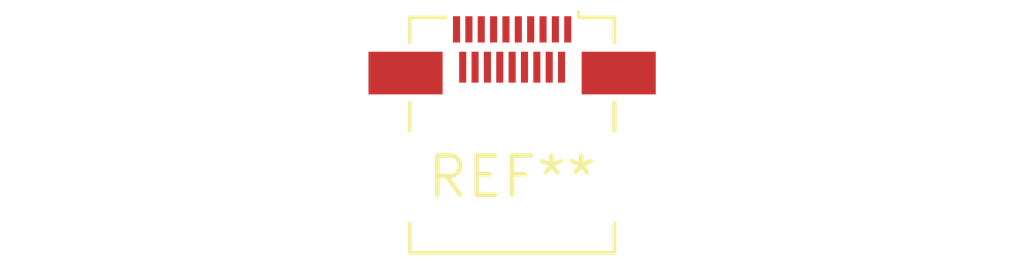
<source format=kicad_pcb>
(kicad_pcb (version 20240108) (generator pcbnew)
  (layers (0 "F.Cu" signal) (31 "B.Cu" signal) (34 "B.Paste" user) (35 "F.Paste" user) (36 "B.SilkS" user "B.Silkscreen") (37 "F.SilkS" user "F.Silkscreen") (38 "B.Mask" user) (39 "F.Mask" user) (44 "Edge.Cuts" user))
  (net 0 "")
  (footprint "HDMI_Micro-D_Molex_46765-2x0x" (layer "F.Cu") (at 0 0)
    (property "Reference" "REF**")
    (property "Value" "HDMI_Micro-D_Molex_46765-2x0x")
    (fp_line (start -3.31 -5.16) (end -2.15 -5.16) (layer "F.SilkS") (stroke (width 0.12)))
    (fp_line (start -3.31 -4.35) (end -3.31 -5.16) (layer "F.SilkS") (stroke (width 0.12)))
    (fp_line (start -3.31 -1.5) (end -3.31 -2.4) (layer "F.SilkS") (stroke (width 0.12)))
    (fp_line (start -3.31 2.46) (end -3.31 1.5) (layer "F.SilkS") (stroke (width 0.12)))
    (fp_line (start -3.31 2.46) (end 3.31 2.46) (layer "F.SilkS") (stroke (width 0.12)))
    (fp_line (start 2.15 -5.16) (end 2.15 -5.36) (layer "F.SilkS") (stroke (width 0.12)))
    (fp_line (start 2.15 -5.16) (end 3.31 -5.16) (layer "F.SilkS") (stroke (width 0.12)))
    (fp_line (start 3.31 -5.16) (end 3.31 -4.35) (layer "F.SilkS") (stroke (width 0.12)))
    (fp_line (start 3.31 -2.4) (end 3.31 -1.5) (layer "F.SilkS") (stroke (width 0.15)))
    (fp_line (start 3.31 1.5) (end 3.31 2.46) (layer "F.SilkS") (stroke (width 0.12)))
    (pad "1" smd rect (at 1.8 -4.775) (size 0.23 0.85) (layers "F.Cu" "F.Paste" "F.Mask"))
    (pad "2" smd rect (at 1.6 -3.55) (size 0.23 1) (layers "F.Cu" "F.Paste" "F.Mask"))
    (pad "3" smd rect (at 1.4 -4.775) (size 0.23 0.85) (layers "F.Cu" "F.Paste" "F.Mask"))
    (pad "4" smd rect (at 1.2 -3.55) (size 0.23 1) (layers "F.Cu" "F.Paste" "F.Mask"))
    (pad "5" smd rect (at 1 -4.775) (size 0.23 0.85) (layers "F.Cu" "F.Paste" "F.Mask"))
    (pad "6" smd rect (at 0.8 -3.55) (size 0.23 1) (layers "F.Cu" "F.Paste" "F.Mask"))
    (pad "7" smd rect (at 0.6 -4.775) (size 0.23 0.85) (layers "F.Cu" "F.Paste" "F.Mask"))
    (pad "8" smd rect (at 0.4 -3.55) (size 0.23 1) (layers "F.Cu" "F.Paste" "F.Mask"))
    (pad "9" smd rect (at 0.2 -4.775) (size 0.23 0.85) (layers "F.Cu" "F.Paste" "F.Mask"))
    (pad "10" smd rect (at 0 -3.55) (size 0.23 1) (layers "F.Cu" "F.Paste" "F.Mask"))
    (pad "11" smd rect (at -0.2 -4.775) (size 0.23 0.85) (layers "F.Cu" "F.Paste" "F.Mask"))
    (pad "12" smd rect (at -0.4 -3.55) (size 0.23 1) (layers "F.Cu" "F.Paste" "F.Mask"))
    (pad "13" smd rect (at -0.6 -4.775) (size 0.23 0.85) (layers "F.Cu" "F.Paste" "F.Mask"))
    (pad "14" smd rect (at -0.8 -3.55) (size 0.23 1) (layers "F.Cu" "F.Paste" "F.Mask"))
    (pad "15" smd rect (at -1 -4.775) (size 0.23 0.85) (layers "F.Cu" "F.Paste" "F.Mask"))
    (pad "16" smd rect (at -1.2 -3.55) (size 0.23 1) (layers "F.Cu" "F.Paste" "F.Mask"))
    (pad "17" smd rect (at -1.4 -4.775) (size 0.23 0.85) (layers "F.Cu" "F.Paste" "F.Mask"))
    (pad "18" smd rect (at -1.6 -3.55) (size 0.23 1) (layers "F.Cu" "F.Paste" "F.Mask"))
    (pad "19" smd rect (at -1.8 -4.775) (size 0.23 0.85) (layers "F.Cu" "F.Paste" "F.Mask"))
    (pad "SH" smd rect (at -3.45 -3.36) (size 2.4 1.38) (layers "F.Cu" "F.Paste" "F.Mask"))
    (pad "SH" thru_hole oval (at -3.1 0) (size 1.5 2.55) (drill oval 0.65 1.7) (layers *.Cu *.Mask) (remove_unused_layers))
    (pad "SH" thru_hole oval (at 3.1 0) (size 1.5 2.55) (drill oval 0.65 1.7) (layers *.Cu *.Mask) (remove_unused_layers))
    (pad "SH" smd rect (at 3.45 -3.36) (size 2.4 1.38) (layers "F.Cu" "F.Paste" "F.Mask"))
  )
)
</source>
